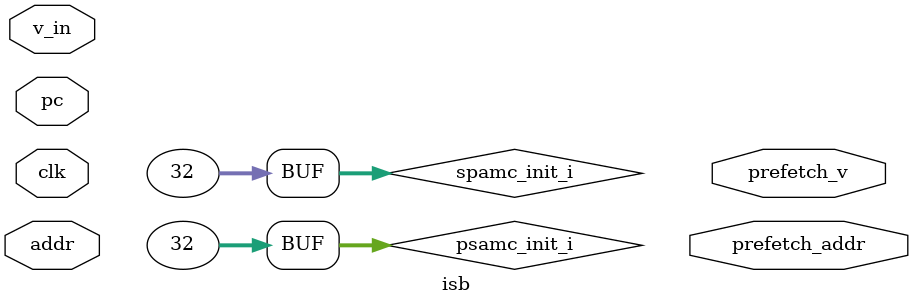
<source format=v>
`timescale 1ps/1ps


// Specs
// -----
// Max steam length: 16 addrs //TODO
// PS-AMC size: 32 entries mapping 1 addr each
// SP-AMC size: 8 entries mapping 4 addrs each
// Training unit: 4 entries
// Steam predictor: 1 stream buffer with a queue of 4 entries, degree 1

// Lots of macros:

`define TUENTRY_V(entry)    entry[32]
`define TUENTRY_PC(entry)   entry[31:16]
`define TUENTRY_LAST(entry) entry[15:0]

`define PSENTRY_V(entry)    entry[50]
`define PSENTRY_TAG(entry)  entry[49:34]
`define PSENTRY_SA(entry)   entry[33:2]
`define PSENTRY_CTR(entry)  entry[1:0]

`define SPENTRY_V(entry)    entry[96]
`define SPENTRY_TAG(entry)  entry[95:64]
`define SPENTRY_PA(entry, i)  entry[(63 - (16*(i))) -: 16]

`define TU_V(tu_num)    `TUENTRY_V(tu[tu_num])
`define TU_PC(tu_num)   `TUENTRY_PC(tu[tu_num])
`define TU_LAST(tu_num) `TUENTRY_LAST(tu[tu_num])

`define PS_LOOKUP(pa) ((`PSENTRY_V(psamc[pa[4:0]]) && `PSENTRY_TAG(psamc[pa[4:0]]) == pa) ? psamc[pa[4:0]] : {1'h0, 50'hx})

`define TU_LOOKUP_IDX(ip) ((`TU_V(0) && `TU_PC(0) == ip) ? 0 : (`TU_V(1) && `TU_PC(1) == ip) ? 1 : (`TU_V(2) && `TU_PC(2) == ip) ? 2 : (`TU_V(3) && `TU_PC(3) == ip) ? 3 : 4)

`define TU_LOOKUP(ip) ((`TU_V(0) && `TU_PC(0) == ip) ? tu[0] : (`TU_V(1) && `TU_PC(1) == ip) ? tu[1] : (`TU_V(2) && `TU_PC(2) == ip) ? tu[2] : (`TU_V(3) && `TU_PC(3) == ip) ? tu[3] : 33'h0)

module isb(input clk,
    input v_in, input [15:0]pc, input [15:0]addr,
    output prefetch_v, output [15:0]prefetch_addr //TODO: hook these up
);

// Debugging flag?
parameter DEBUG = 0;

// next unallocated SA
// allocate 16 addrs at a time
reg [31:0]next_sa = 0;


//////////////////////////////// training unit /////////////////////////////////
// bits | field
// 1    | valid
// 16   | pc
// 16   | last addr
// -----|-----------
// 33   | total
//
// 4 entries
reg [32:0]tu[3:0];

initial begin
    tu[0] <= 0;
    tu[1] <= 0;
    tu[2] <= 0;
    tu[3] <= 0;
end

// update TU
wire [1:0]tu_used = pc_v ? `TU_LOOKUP_IDX(pc) : tu_lru;
wire [1:0]tu_lru;
lru lru0(clk, v_in, tu_used, tu_lru);

// lookup pc in the TU
wire [32:0]pc_tu_lookup = `TU_LOOKUP(pc);
wire pc_v = v_in ? `TUENTRY_V(pc_tu_lookup) : 0;
wire [15:0]pc_last = `TUENTRY_LAST(pc_tu_lookup);

//////////////////////////////// PS-AMC ////////////////////////////////////////
// bits | field
// 1    | valid
// 16   | tag (just use the whole adr)
// 32   | structural addr
// 2    | confidence counter
// -----|--------------------
// 51   | total
//
// 32 entries
reg [50:0]psamc[31:0];

integer psamc_init_i;
initial begin
    for (psamc_init_i = 0; psamc_init_i < 32; psamc_init_i = psamc_init_i + 1) begin
        `PSENTRY_V(psamc[psamc_init_i]) <= 0;
    end
end

wire [50:0]a = `PS_LOOKUP(pc_last);
wire [50:0]b = `PS_LOOKUP(addr);

wire [1:0]ab_comp = {pc_v ? `PSENTRY_V(a) : 0, `PSENTRY_V(b)}; // compare presence of a and b


//////////////////////////////// SP-AMC ////////////////////////////////////////
// bits | field
// 1    | valid
// 32   | tag (just use whole addr)
// 64   | 4 physical addresses
// -----|----------------------
// 97   | total
//
// 8 entries
reg [96:0]spamc[7:0];

integer spamc_init_i;
initial begin
    for (spamc_init_i = 0; spamc_init_i < 32; spamc_init_i = spamc_init_i + 1) begin
        `SPENTRY_V(spamc[spamc_init_i]) <= 0;
    end
end

// TODO: remove debugging code
wire [96:0]sp0 = spamc[0];
wire [96:0]sp1 = spamc[1];

////////////////////////////// stream predictor //////////////////////////////
//TODO: put stuff here...
// fifo queue of 4 entries
fifo #(2) sb0(/*TODO: ports*/);


//////////////////////////////// on tick ////////////////////////////////////
always @(posedge clk) begin
    if (v_in) begin

        if (DEBUG) $display("pc: %x, addr: %x", pc, addr);

        // training
        if (pc_v && pc_last != addr) begin
            // Update mappings
            case(ab_comp)
                0 : begin
                    // neither A nor B in psamc

                    // next_sa += 16
                    next_sa <= next_sa + 32'h16;

                    // psamc[A].sa = next_sa
                    // psamc[B].sa = psamc[A].sa + 1
                    if (next_sa < 32) begin
                        psamc[ps_update_idx(pc_last)] <= {1'h1, pc_last, next_sa, 2'h3};
                        if (DEBUG) $display("ps[%d]\tv: %d\ttag: %x\tsa: %x\tctr: %d", ps_update_idx(pc_last), 1'h1, pc_last, next_sa, 2'h3);

                        psamc[ps_update_idx(addr)] <= {1'h1, addr, next_sa + 32'h1, 2'h3};
                        if (DEBUG) $display("ps[%d]\tv: %d\ttag: %x\tsa: %x\tctr: %d", ps_update_idx(addr), 1'h1, addr, next_sa + 32'h1, 2'h3);
                    end

                    // spamc[psamc[A].sa] = {A, B}
                    if (sp_update_idx(next_sa) == sp_update_idx(next_sa + 32'h1) && next_sa < 32) begin
                            `SPENTRY_V(spamc[sp_update_idx(next_sa)]) <= 1'h1;
                            `SPENTRY_TAG(spamc[sp_update_idx(next_sa)]) <= next_sa;

                            `SPENTRY_PA(spamc[sp_update_idx(next_sa)], next_sa[1:0]) <= pc_last;
                            `SPENTRY_PA(spamc[sp_update_idx(next_sa + 32'h1)], next_sa[1:0] + 2'h1) <= addr;

                            if (DEBUG) $display("sp[%d]\tv: %d\ttag: %x\tpa: %x", sp_update_idx(next_sa), 1'h1, next_sa, pc_last);
                            if (DEBUG) $display("sp[%d]\tv: %d\ttag: %x\tpa: %x", sp_update_idx(next_sa + 32'h1), 1'h1, next_sa + 32'h1, addr);
                    end else begin
                        // Normal case
                        if (next_sa < 32) begin
                            `SPENTRY_V(spamc[sp_update_idx(next_sa)]) <= 1'h1;
                            `SPENTRY_TAG(spamc[sp_update_idx(next_sa)]) <= next_sa;
                            `SPENTRY_PA(spamc[sp_update_idx(next_sa)], next_sa[1:0]) <= pc_last;
                            if (DEBUG) $display("sp[%d]\tv: %d\ttag: %x\tpa: %x", sp_update_idx(next_sa), 1'h1, next_sa, pc_last);

                            `SPENTRY_V(spamc[sp_update_idx(next_sa + 1)]) <= 1'h1;
                            `SPENTRY_TAG(spamc[sp_update_idx(next_sa + 1)]) <= next_sa + 32'h1;
                            `SPENTRY_PA(spamc[sp_update_idx(next_sa + 1)], next_sa[1:0] + 2'h1) <= addr;
                            if (DEBUG) $display("sp[%d]\tv: %d\ttag: %x\tpa: %x", sp_update_idx(next_sa + 32'h1), 1'h1, next_sa + 32'h1, addr);
                        end
                    end
                end
                1 : begin
                    // only b in psamc

                    // next_sa += 16
                    next_sa <= next_sa + 32'h16;

                    // psamc[A].sa = next_sa
                    if (next_sa < 32) begin
                        psamc[ps_update_idx(pc_last)] <= {1'h1, pc_last, next_sa, 2'h3};
                        if (DEBUG) $display("ps[%d]\tv: %d\ttag: %x\tsa: %x\tctr: %d", ps_update_idx(pc_last), 1'h1, pc_last, next_sa, 2'h3);
                    end

                    // spamc[psamc[A].sa] = {A} // below

                    // psamc[B].counter--
                    // if (psamc[B].counter == 0) {
                    //     psamc[B].sa = psamc[A].sa + 1
                    //     spamc[psamc[B].sa] = B
                    //     // Do not remove old sp mappings
                    // }
                    if ((`PSENTRY_CTR(b) - 2'h1) == 0) begin
                        if (next_sa < 32) begin
                            psamc[ps_update_idx(addr)] <= {1'h1, addr, next_sa + 32'h1, 2'h3};
                            if (DEBUG) $display("ps[%d]\tv: %d\ttag: %x\tsa: %x\tctr: %d", ps_update_idx(addr), 1'h1, addr, next_sa + 32'h1, 2'h3);
                        end

                        // update spamc[A,B]
                        if (sp_update_idx(next_sa) == sp_update_idx(next_sa + 32'h1) && next_sa < 32) begin
                                `SPENTRY_V(spamc[sp_update_idx(next_sa)]) <= 1'h1;
                                `SPENTRY_TAG(spamc[sp_update_idx(next_sa)]) <= next_sa;

                                `SPENTRY_PA(spamc[sp_update_idx(next_sa)], next_sa[1:0]) <= pc_last;
                                `SPENTRY_PA(spamc[sp_update_idx(next_sa + 32'h1)], next_sa[1:0] + 2'h1) <= addr;

                                if (DEBUG) $display("sp[%d]\tv: %d\ttag: %x\tpa: %x", sp_update_idx(next_sa), 1'h1, next_sa, pc_last);
                                if (DEBUG) $display("sp[%d]\tv: %d\ttag: %x\tpa: %x", sp_update_idx(next_sa + 32'h1), 1'h1, next_sa + 32'h1, addr);
                        end else begin
                            // Normal case
                            if (next_sa < 32) begin
                                `SPENTRY_V(spamc[sp_update_idx(next_sa)]) <= 1'h1;
                                `SPENTRY_TAG(spamc[sp_update_idx(next_sa)]) <= next_sa;
                                `SPENTRY_PA(spamc[sp_update_idx(next_sa)], next_sa[1:0]) <= pc_last;
                                if (DEBUG) $display("sp[%d]\tv: %d\ttag: %x\tpa: %x", sp_update_idx(next_sa), 1'h1, next_sa, pc_last);
                            end
                            if (next_sa + 1 < 32) begin
                                `SPENTRY_V(spamc[sp_update_idx(next_sa + 32'h1)]) <= 1'h1;
                                `SPENTRY_TAG(spamc[sp_update_idx(next_sa + 32'h1)]) <= next_sa + 32'h1;
                                `SPENTRY_PA(spamc[sp_update_idx(next_sa + 32'h1)], next_sa[1:0] + 2'h1) <= addr;
                                if (DEBUG) $display("sp[%d]\tv: %d\ttag: %x\tpa: %x", sp_update_idx(next_sa + 32'h1), 1'h1, next_sa + 32'h1, addr);
                            end
                        end
                    end else begin
                        psamc[ps_update_idx(addr)] <= {1'h1, addr, `PSENTRY_SA(b), `PSENTRY_CTR(b) - 2'h1};
                        if (DEBUG) $display("ps[%d]\tv: %d\ttag: %x\tsa: %x\tctr: %d", ps_update_idx(addr), 1'h1, addr, `PSENTRY_SA(b), `PSENTRY_CTR(b) - 2'h1);

                        // update spamc[A] only
                        if (next_sa < 32) begin
                            `SPENTRY_V(spamc[sp_update_idx(next_sa)]) <= 1'h1;
                            `SPENTRY_TAG(spamc[sp_update_idx(next_sa)]) <= next_sa;
                            `SPENTRY_PA(spamc[sp_update_idx(next_sa)], next_sa[1:0]) <= pc_last;
                            if (DEBUG) $display("sp[%d]\tv: %d\ttag: %x\tpa: %x", sp_update_idx(next_sa), 1'h1, next_sa, pc_last);
                        end
                    end
                end
                2 : begin
                    // only a in psamc

                    // psamc[B].sa = psamc[A].sa + 1
                    if(`PSENTRY_SA(a) + 32'h1 < 32) begin
                        psamc[ps_update_idx(addr)] <= {1'h1, addr, `PSENTRY_SA(a) + 32'h1, 2'h3};
                        if (DEBUG) $display("ps[%d]\tv: %d\ttag: %x\tsa: %x\tctr: %d", ps_update_idx(addr), 1'h1, addr, `PSENTRY_SA(a) + 32'h1, 2'h3);
                    end

                    // spamc[psamc[A].sa] = {A, B}
                    if (`PSENTRY_SA(a) + 32'h1 < 32) begin
                        if (sp_update_idx(`PSENTRY_SA(a) + 32'h1) != sp_update_idx(`PSENTRY_SA(a))) begin
                            `SPENTRY_V(spamc[sp_update_idx(`PSENTRY_SA(a) + 32'h1)]) <= 1'h1;
                            `SPENTRY_TAG(spamc[sp_update_idx(`PSENTRY_SA(a) + 32'h1)]) <= `PSENTRY_SA(a) + 32'h1;
                            `SPENTRY_PA(spamc[sp_update_idx(`PSENTRY_SA(a) + 32'h1)], 0) <= addr;
                            if (DEBUG) $display("sp[%d]\tv: %d\ttag: %x\tpa: %x", sp_update_idx(`PSENTRY_SA(a) + 32'h1), 1'h1, `PSENTRY_SA(a) + 32'h1, addr);
                        end else begin
                            `SPENTRY_PA(spamc[sp_update_idx(`PSENTRY_SA(a) + 32'h1)], a[3:2] + 2'h1) <= addr;
                            if (DEBUG) $display("sp[%d]\tv: %d\ttag: %x\tpa: %x", sp_update_idx(`PSENTRY_SA(a) + 32'h1), 1'h1, `PSENTRY_SA(a) + 32'h1, addr);
                        end
                    end

                end
                3 : begin
                    // both in psamc
                    if (`PSENTRY_SA(b) == `PSENTRY_SA(a) + 32'h1) begin
                        // if consecutive
                        // psamc[B].counter++
                        psamc[ps_update_idx(addr)] <= {1'h1, addr, `PSENTRY_SA(b), ((`PSENTRY_CTR(b) == 2'h3) ? 2'h3 : `PSENTRY_CTR(b) + 2'h1)};
                        if (DEBUG) $display("ps[%d]\tv: %d\ttag: %x\tsa: %x\tctr: %d", ps_update_idx(addr), 1'h1, addr, `PSENTRY_SA(b), (`PSENTRY_CTR(b) == 2'h3) ? 2'h3 : `PSENTRY_CTR(b) + 2'h1);
                    end else begin
                        // if not consecutive
                        // psamc[B].counter--
                        // if (psamc[B].counter == 0) {
                        //     psamc[B].sa = psamc[A].sa + 1
                        //     spamc[psamc[B].sa] = B
                        //     // Do not remove old mappings
                        // }
                        if ((`PSENTRY_CTR(b) - 2'h1) == 0) begin
                            if(`PSENTRY_SA(a) + 32'h1 < 32) begin
                                psamc[ps_update_idx(addr)] <= {1'h1, addr, `PSENTRY_SA(a) + 32'h1, 2'h3};
                                if (DEBUG) $display("ps[%d]\tv: %d\ttag: %x\tsa: %x\tctr: %d", ps_update_idx(addr), 1'h1, addr, `PSENTRY_SA(a) + 32'h1, 2'h3);
                            end

                            if (`PSENTRY_SA(a) + 32'h1 < 32) begin
                                if (sp_update_idx(`PSENTRY_SA(a) + 32'h1) != sp_update_idx(`PSENTRY_SA(a))) begin
                                    `SPENTRY_V(spamc[sp_update_idx(`PSENTRY_SA(a) + 32'h1)]) <= 1'h1;
                                    `SPENTRY_TAG(spamc[sp_update_idx(`PSENTRY_SA(a) + 32'h1)]) <= `PSENTRY_SA(a) + 32'h1;
                                    `SPENTRY_PA(spamc[sp_update_idx(`PSENTRY_SA(a) + 32'h1)], 0) <= addr;
                                    if (DEBUG) $display("sp[%d]\tv: %d\ttag: %x\tpa: %x", sp_update_idx(`PSENTRY_SA(a) + 32'h1), 1'h1, `PSENTRY_SA(a) + 32'h1, addr);
                                end else begin
                                    `SPENTRY_PA(spamc[sp_update_idx(`PSENTRY_SA(a) + 32'h1)], a[3:2] + 2'h1) <= addr;
                                    if (DEBUG) $display("sp[%d]\tv: %d\ttag: %x\tpa: %x", sp_update_idx(`PSENTRY_SA(a) + 32'h1), 1'h1, `PSENTRY_SA(a) + 32'h1, addr);
                                end
                            end
                        end else begin
                            if(`PSENTRY_SA(b) < 32) begin
                                psamc[ps_update_idx(addr)] <= {1'h1, addr, `PSENTRY_SA(b), `PSENTRY_CTR(b) - 2'h1};
                                if (DEBUG) $display("ps[%d]\tv: %d\ttag: %x\tsa: %x\tctr: %d", ps_update_idx(addr), 1'h1, addr, `PSENTRY_SA(b), `PSENTRY_CTR(b) - 2'h1);
                            end
                        end
                    end
                end
            endcase
        end

        // update TU
        // tu[pc].last = addr
        tu[tu_insert_idx(pc)] <= {1'h1, pc, addr};
        if (DEBUG) $display("tu[%d]\tv: %d\tpc: %x\tlast: %x", tu_insert_idx(pc), 1'h1, pc, addr);

        if (DEBUG) $display("--");

        // TODO: prediction
        //if (b.valid) begin
        //    prefetch = prefetch_trigger(b.sa);
        //    prefetch_addr = spamc(prefetch);
        //end
    end
end

/////////////////////////// usefull functions ///////////////////////////////

// returns the tu index to update for this pc
// check if it is already in the tu
function [1:0]tu_insert_idx;
    input [15:0]pc;

    reg [32:0]lookup;

    begin
        lookup = `TU_LOOKUP(pc);
        tu_insert_idx = `TUENTRY_V(lookup) ? `TU_LOOKUP_IDX(pc) : tu_lru;
    end
endfunction

// returns the psamc index to update for this pa
function [4:0]ps_update_idx;
    input [15:0]pa;

    ps_update_idx = pa[4:0];
endfunction

// returns the spamc index to update for this sa
function [2:0]sp_update_idx;
    input [32:0]sa;

    sp_update_idx = sa[4:2];
endfunction

endmodule

</source>
